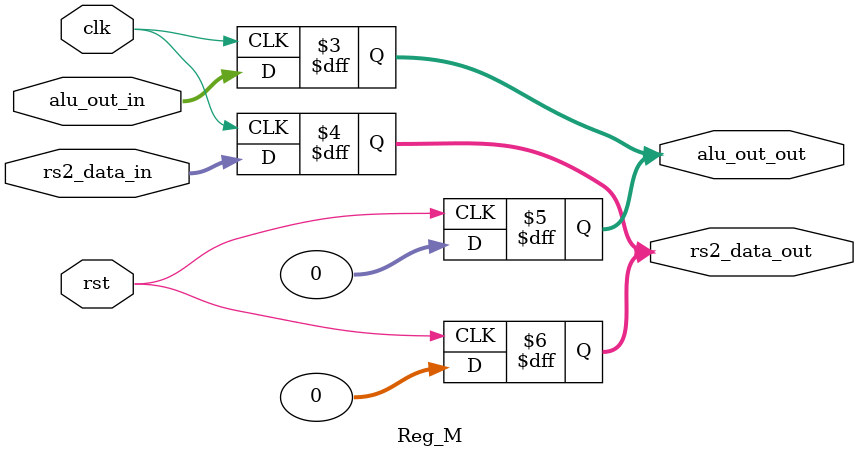
<source format=v>
module Reg_M (
    input clk,
    input rst,
    input [31:0] alu_out_in,
    input [31:0] rs2_data_in,
    output reg [31:0] alu_out_out,
    output reg [31:0] rs2_data_out
);

always @(posedge rst)
begin
    alu_out_out <= 32'd0;
    rs2_data_out <= 32'd0;
end

always @(posedge clk)
begin
    alu_out_out <= alu_out_in;
    rs2_data_out <= rs2_data_in;
end

endmodule
</source>
